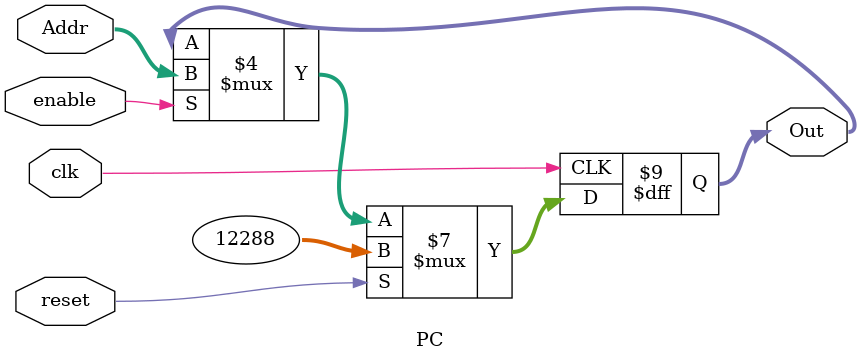
<source format=v>
`timescale 1ns / 1ps
module PC(
    input wire [31:0] Addr,
	input wire clk,
	input wire reset,
	input wire enable,
	output reg [31:0] Out
    );
	initial begin
		Out <= 32'h00003000;
	end
	always @(posedge clk) begin
		if(reset) begin
			Out <= 32'h00003000;
		end
		else if(enable) begin
			Out <= Addr;
			//Out <= {{16{1'b0}}, Addr[15:0]};
		end
		else begin
			Out <= Out;
		end
	end	
endmodule

</source>
